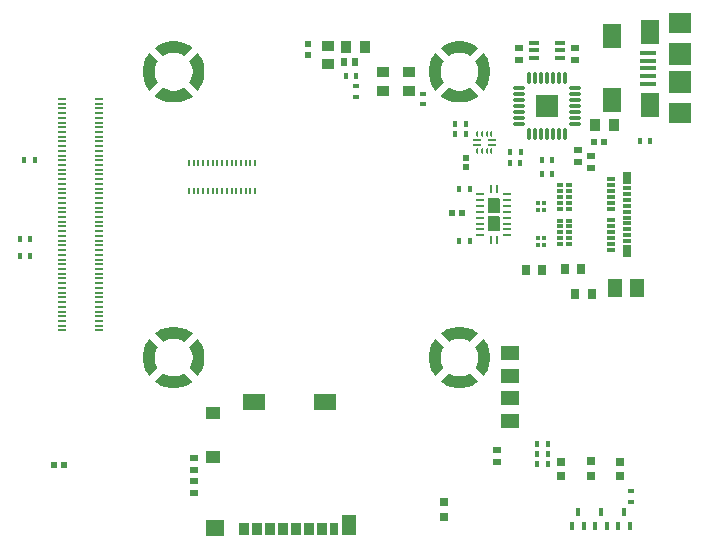
<source format=gbp>
G04*
G04 #@! TF.GenerationSoftware,Altium Limited,Altium Designer,20.0.13 (296)*
G04*
G04 Layer_Color=128*
%FSLAX44Y44*%
%MOMM*%
G71*
G01*
G75*
%ADD25R,0.5500X0.4500*%
%ADD27R,0.6500X0.5500*%
%ADD28R,0.4500X0.5500*%
%ADD29R,0.9000X1.0000*%
%ADD30R,1.0000X0.9000*%
%ADD31R,0.6200X0.6200*%
%ADD32R,0.5500X0.6500*%
%ADD35R,0.6200X0.6200*%
%ADD41R,0.5200X0.5200*%
%ADD42R,1.5000X1.3000*%
%ADD43R,1.3000X1.5000*%
%ADD53R,0.5500X0.3000*%
%ADD54R,0.5500X0.4000*%
%ADD56R,0.7000X0.9000*%
%ADD57R,0.5200X0.5200*%
%ADD170R,0.8000X0.8000*%
%ADD177R,0.3000X0.7100*%
%ADD178R,1.5500X1.3500*%
%ADD179R,1.1700X1.8000*%
%ADD180R,1.9000X1.3500*%
%ADD181R,1.2000X1.0000*%
%ADD182R,0.8500X1.1000*%
%ADD183R,0.8750X1.1000*%
%ADD184R,0.7500X1.1000*%
G04:AMPARAMS|DCode=185|XSize=0.2mm|YSize=0.7mm|CornerRadius=0.05mm|HoleSize=0mm|Usage=FLASHONLY|Rotation=270.000|XOffset=0mm|YOffset=0mm|HoleType=Round|Shape=RoundedRectangle|*
%AMROUNDEDRECTD185*
21,1,0.2000,0.6000,0,0,270.0*
21,1,0.1000,0.7000,0,0,270.0*
1,1,0.1000,-0.3000,-0.0500*
1,1,0.1000,-0.3000,0.0500*
1,1,0.1000,0.3000,0.0500*
1,1,0.1000,0.3000,-0.0500*
%
%ADD185ROUNDEDRECTD185*%
G04:AMPARAMS|DCode=186|XSize=0.2mm|YSize=0.5mm|CornerRadius=0.05mm|HoleSize=0mm|Usage=FLASHONLY|Rotation=180.000|XOffset=0mm|YOffset=0mm|HoleType=Round|Shape=RoundedRectangle|*
%AMROUNDEDRECTD186*
21,1,0.2000,0.4000,0,0,180.0*
21,1,0.1000,0.5000,0,0,180.0*
1,1,0.1000,-0.0500,0.2000*
1,1,0.1000,0.0500,0.2000*
1,1,0.1000,0.0500,-0.2000*
1,1,0.1000,-0.0500,-0.2000*
%
%ADD186ROUNDEDRECTD186*%
G04:AMPARAMS|DCode=187|XSize=0.25mm|YSize=0.6mm|CornerRadius=0.025mm|HoleSize=0mm|Usage=FLASHONLY|Rotation=270.000|XOffset=0mm|YOffset=0mm|HoleType=Round|Shape=RoundedRectangle|*
%AMROUNDEDRECTD187*
21,1,0.2500,0.5500,0,0,270.0*
21,1,0.2000,0.6000,0,0,270.0*
1,1,0.0500,-0.2750,-0.1000*
1,1,0.0500,-0.2750,0.1000*
1,1,0.0500,0.2750,0.1000*
1,1,0.0500,0.2750,-0.1000*
%
%ADD187ROUNDEDRECTD187*%
G04:AMPARAMS|DCode=188|XSize=0.25mm|YSize=0.6mm|CornerRadius=0.025mm|HoleSize=0mm|Usage=FLASHONLY|Rotation=0.000|XOffset=0mm|YOffset=0mm|HoleType=Round|Shape=RoundedRectangle|*
%AMROUNDEDRECTD188*
21,1,0.2500,0.5500,0,0,0.0*
21,1,0.2000,0.6000,0,0,0.0*
1,1,0.0500,0.1000,-0.2750*
1,1,0.0500,-0.1000,-0.2750*
1,1,0.0500,-0.1000,0.2750*
1,1,0.0500,0.1000,0.2750*
%
%ADD188ROUNDEDRECTD188*%
%ADD191R,0.7000X0.3000*%
%ADD192R,0.7000X1.0000*%
%ADD193R,0.7000X0.1800*%
%ADD194R,0.3600X0.3200*%
%ADD195R,1.5000X2.0000*%
%ADD196R,1.9000X1.9000*%
%ADD197R,1.9000X1.8000*%
%ADD198R,1.3500X0.4000*%
%ADD199R,1.6000X2.1000*%
G04:AMPARAMS|DCode=200|XSize=0.4mm|YSize=0.9mm|CornerRadius=0.1mm|HoleSize=0mm|Usage=FLASHONLY|Rotation=90.000|XOffset=0mm|YOffset=0mm|HoleType=Round|Shape=RoundedRectangle|*
%AMROUNDEDRECTD200*
21,1,0.4000,0.7000,0,0,90.0*
21,1,0.2000,0.9000,0,0,90.0*
1,1,0.2000,0.3500,0.1000*
1,1,0.2000,0.3500,-0.1000*
1,1,0.2000,-0.3500,-0.1000*
1,1,0.2000,-0.3500,0.1000*
%
%ADD200ROUNDEDRECTD200*%
%ADD201O,0.3000X1.1500*%
%ADD202O,1.1500X0.3000*%
%ADD204R,0.2200X0.5000*%
%ADD238R,1.8800X1.8800*%
G36*
X405422Y431287D02*
X409507Y429880D01*
X413305Y427818D01*
X415007Y426488D01*
X415007D01*
X408177Y419106D01*
X407151Y419768D01*
X404961Y420848D01*
X402633Y421582D01*
X400220Y421953D01*
X397779D01*
X395367Y421582D01*
X393039Y420848D01*
X390849Y419768D01*
X389823Y419106D01*
X389823Y419106D01*
X382993Y426488D01*
X384695Y427818D01*
X388493Y429880D01*
X392578Y431287D01*
X396839Y432000D01*
X401160D01*
X405422Y431287D01*
D02*
G37*
G36*
X163422D02*
X167507Y429880D01*
X171305Y427818D01*
X173007Y426488D01*
X173007D01*
X166177Y419106D01*
X165151Y419768D01*
X162961Y420848D01*
X160633Y421582D01*
X158221Y421953D01*
X155779D01*
X153367Y421582D01*
X151039Y420848D01*
X148849Y419768D01*
X147823Y419106D01*
X147823Y419106D01*
X140993Y426488D01*
X142695Y427818D01*
X146493Y429880D01*
X150578Y431287D01*
X154839Y432000D01*
X159160D01*
X163422Y431287D01*
D02*
G37*
G36*
X385894Y415177D02*
X385232Y414151D01*
X384152Y411961D01*
X383418Y409633D01*
X383047Y407221D01*
Y404780D01*
X383418Y402367D01*
X384152Y400039D01*
X385232Y397849D01*
X385894Y396823D01*
X385894Y396823D01*
X385894Y396823D01*
D01*
X378512Y389993D01*
X377182Y391695D01*
X375120Y395493D01*
X373713Y399578D01*
X373000Y403840D01*
Y408161D01*
X373713Y412422D01*
X375120Y416507D01*
X377182Y420305D01*
X378512Y422007D01*
X378512Y422007D01*
X385894Y415177D01*
D02*
G37*
G36*
X143893D02*
X143232Y414151D01*
X142152Y411961D01*
X141418Y409633D01*
X141047Y407221D01*
Y404780D01*
X141418Y402367D01*
X142152Y400039D01*
X143232Y397849D01*
X143893Y396823D01*
X143894Y396823D01*
X143893Y396823D01*
D01*
X136512Y389993D01*
X135182Y391695D01*
X133120Y395493D01*
X131713Y399578D01*
X131000Y403840D01*
Y408161D01*
X131713Y412422D01*
X133120Y416507D01*
X135182Y420305D01*
X136512Y422007D01*
X136512Y422007D01*
X143893Y415177D01*
D02*
G37*
G36*
X415007Y385512D02*
X413305Y384182D01*
X409507Y382120D01*
X405422Y380713D01*
X401160Y380000D01*
X396839D01*
X392578Y380713D01*
X388493Y382120D01*
X384695Y384182D01*
X382993Y385512D01*
Y385512D01*
X389823Y392894D01*
X390849Y392232D01*
X393039Y391152D01*
X395367Y390418D01*
X397779Y390047D01*
X400220D01*
X402633Y390418D01*
X404961Y391152D01*
X407151Y392232D01*
X408177Y392894D01*
X408177Y392894D01*
X415007Y385512D01*
D02*
G37*
G36*
X173007D02*
X171305Y384182D01*
X167507Y382120D01*
X163422Y380713D01*
X159160Y380000D01*
X154839D01*
X150578Y380713D01*
X146493Y382120D01*
X142695Y384182D01*
X140993Y385512D01*
Y385512D01*
X147823Y392894D01*
X148849Y392232D01*
X151039Y391152D01*
X153367Y390418D01*
X155779Y390047D01*
X158221D01*
X160633Y390418D01*
X162961Y391152D01*
X165151Y392232D01*
X166177Y392894D01*
X166177Y392894D01*
X173007Y385512D01*
D02*
G37*
G36*
X420818Y420305D02*
X422880Y416507D01*
X424287Y412422D01*
X425000Y408161D01*
Y403840D01*
X424287Y399578D01*
X422880Y395493D01*
X420818Y391695D01*
X419488Y389993D01*
X412106Y396823D01*
X412768Y397849D01*
X413848Y400039D01*
X414582Y402367D01*
X414953Y404780D01*
Y407221D01*
X414582Y409633D01*
X413848Y411961D01*
X412768Y414151D01*
X412106Y415177D01*
X412106Y415177D01*
X419488Y422007D01*
X420818Y420305D01*
D02*
G37*
G36*
X178818D02*
X180880Y416507D01*
X182287Y412422D01*
X183000Y408161D01*
Y403840D01*
X182287Y399578D01*
X180880Y395493D01*
X178818Y391695D01*
X177488Y389993D01*
X170106Y396823D01*
X170768Y397849D01*
X171848Y400039D01*
X172582Y402367D01*
X172953Y404780D01*
Y407221D01*
X172582Y409633D01*
X171848Y411961D01*
X170768Y414151D01*
X170106Y415177D01*
X170106Y415177D01*
X177488Y422007D01*
X178818Y420305D01*
D02*
G37*
G36*
X432566Y298848D02*
X432848Y298566D01*
X433000Y298199D01*
Y298000D01*
Y287000D01*
Y286801D01*
X432848Y286434D01*
X432566Y286152D01*
X432199Y286000D01*
X423801D01*
X423433Y286152D01*
X423152Y286434D01*
X423000Y286801D01*
Y287000D01*
Y298000D01*
Y298199D01*
X423152Y298566D01*
X423433Y298848D01*
X423801Y299000D01*
X432199D01*
X432566Y298848D01*
D02*
G37*
G36*
Y283848D02*
X432848Y283566D01*
X433000Y283199D01*
Y283000D01*
Y272000D01*
Y271801D01*
X432848Y271434D01*
X432566Y271152D01*
X432199Y271000D01*
X423801D01*
X423433Y271152D01*
X423152Y271434D01*
X423000Y271801D01*
Y272000D01*
Y283000D01*
Y283199D01*
X423152Y283566D01*
X423433Y283848D01*
X423801Y284000D01*
X432199D01*
X432566Y283848D01*
D02*
G37*
G36*
X405422Y189287D02*
X409507Y187880D01*
X413305Y185818D01*
X415007Y184488D01*
X415007D01*
X408177Y177106D01*
X407151Y177768D01*
X404961Y178848D01*
X402633Y179582D01*
X400220Y179953D01*
X397779D01*
X395367Y179582D01*
X393039Y178848D01*
X390849Y177768D01*
X389823Y177106D01*
X389823Y177106D01*
X382993Y184488D01*
X384695Y185818D01*
X388493Y187880D01*
X392578Y189287D01*
X396839Y190000D01*
X401160D01*
X405422Y189287D01*
D02*
G37*
G36*
X163422D02*
X167507Y187880D01*
X171305Y185818D01*
X173007Y184488D01*
X173007D01*
X166177Y177106D01*
X165151Y177768D01*
X162961Y178848D01*
X160633Y179582D01*
X158221Y179953D01*
X155779D01*
X153367Y179582D01*
X151039Y178848D01*
X148849Y177768D01*
X147823Y177106D01*
X147823Y177106D01*
X140993Y184488D01*
X142695Y185818D01*
X146493Y187880D01*
X150578Y189287D01*
X154839Y190000D01*
X159160D01*
X163422Y189287D01*
D02*
G37*
G36*
X385894Y154823D02*
D01*
X385894Y154823D01*
X385894Y154823D01*
D02*
G37*
G36*
X143893Y173177D02*
X143232Y172151D01*
X142152Y169961D01*
X141418Y167633D01*
X141047Y165221D01*
Y162780D01*
X141418Y160367D01*
X142152Y158039D01*
X143232Y155849D01*
X143893Y154823D01*
X143894Y154823D01*
X143893Y154823D01*
D01*
X136512Y147993D01*
X135182Y149695D01*
X133120Y153492D01*
X131713Y157578D01*
X131000Y161840D01*
Y166160D01*
X131713Y170422D01*
X133120Y174508D01*
X135182Y178305D01*
X136512Y180007D01*
X136512Y180007D01*
X143893Y173177D01*
D02*
G37*
G36*
X415007Y143512D02*
X413305Y142182D01*
X409507Y140120D01*
X405422Y138713D01*
X401160Y138000D01*
X396839D01*
X392578Y138713D01*
X388493Y140120D01*
X384695Y142182D01*
X382993Y143512D01*
Y143512D01*
X389823Y150894D01*
X390849Y150232D01*
X393039Y149152D01*
X395367Y148418D01*
X397779Y148047D01*
X400220D01*
X402633Y148418D01*
X404961Y149152D01*
X407151Y150232D01*
X408177Y150894D01*
X408177Y150894D01*
X415007Y143512D01*
D02*
G37*
G36*
X173007D02*
X171305Y142182D01*
X167507Y140120D01*
X163422Y138713D01*
X159160Y138000D01*
X154839D01*
X150578Y138713D01*
X146493Y140120D01*
X142695Y142182D01*
X140993Y143512D01*
Y143512D01*
X147823Y150894D01*
X148849Y150232D01*
X151039Y149152D01*
X153367Y148418D01*
X155779Y148047D01*
X158221D01*
X160633Y148418D01*
X162961Y149152D01*
X165151Y150232D01*
X166177Y150894D01*
X166177Y150894D01*
X173007Y143512D01*
D02*
G37*
G36*
X420818Y178305D02*
X422880Y174508D01*
X424287Y170422D01*
X425000Y166160D01*
Y161840D01*
X424287Y157578D01*
X422880Y153492D01*
X420818Y149695D01*
X419488Y147993D01*
X412106Y154823D01*
X412768Y155849D01*
X413848Y158039D01*
X414582Y160367D01*
X414953Y162780D01*
Y165221D01*
X414582Y167633D01*
X413848Y169961D01*
X412768Y172151D01*
X412106Y173177D01*
X412106Y173177D01*
X419488Y180007D01*
X420818Y178305D01*
D02*
G37*
G36*
X385894Y173177D02*
X385232Y172151D01*
X384152Y169961D01*
X383418Y167633D01*
X383047Y165221D01*
Y162780D01*
X383418Y160367D01*
X384152Y158039D01*
X385232Y155849D01*
X385894Y154823D01*
X378512Y147993D01*
X377182Y149695D01*
X375120Y153492D01*
X373713Y157578D01*
X373000Y161840D01*
Y166160D01*
X373713Y170422D01*
X375120Y174508D01*
X377182Y178305D01*
X378512Y180007D01*
X378512Y180007D01*
X385894Y173177D01*
D02*
G37*
G36*
X178818Y178305D02*
X180880Y174508D01*
X182287Y170422D01*
X183000Y166160D01*
Y161840D01*
X182287Y157578D01*
X180880Y153492D01*
X178818Y149695D01*
X177488Y147993D01*
X170106Y154823D01*
X170768Y155849D01*
X171848Y158039D01*
X172582Y160367D01*
X172953Y162780D01*
Y165221D01*
X172582Y167633D01*
X171848Y169961D01*
X170768Y172151D01*
X170106Y173177D01*
X170106Y173177D01*
X177488Y180007D01*
X178818Y178305D01*
D02*
G37*
D25*
X544500Y42000D02*
D03*
Y51000D02*
D03*
X311375Y384917D02*
D03*
Y393917D02*
D03*
X368000Y387500D02*
D03*
Y378500D02*
D03*
D27*
X431000Y85500D02*
D03*
Y75500D02*
D03*
X174000Y79000D02*
D03*
Y69000D02*
D03*
Y59500D02*
D03*
Y49500D02*
D03*
X449000Y416000D02*
D03*
Y426000D02*
D03*
X510000Y334500D02*
D03*
Y324500D02*
D03*
X497000Y426000D02*
D03*
Y416000D02*
D03*
X499500Y329500D02*
D03*
Y339500D02*
D03*
D28*
X474000Y82500D02*
D03*
X465000D02*
D03*
X474000Y91000D02*
D03*
X465000D02*
D03*
X551500Y347000D02*
D03*
X560500D02*
D03*
X465000Y73500D02*
D03*
X474000D02*
D03*
X450472Y328480D02*
D03*
X441472D02*
D03*
X450770Y338000D02*
D03*
X441770D02*
D03*
X477500Y319000D02*
D03*
X468500D02*
D03*
X477500Y331000D02*
D03*
X468500D02*
D03*
X395500Y362000D02*
D03*
X404500D02*
D03*
X395500Y353000D02*
D03*
X404500D02*
D03*
X398500Y307000D02*
D03*
X407500D02*
D03*
X398500Y263000D02*
D03*
X407500D02*
D03*
X311500Y402000D02*
D03*
X302500D02*
D03*
X26500Y264000D02*
D03*
X35500D02*
D03*
X26500Y250000D02*
D03*
X35500D02*
D03*
X30500Y331000D02*
D03*
X39500D02*
D03*
D29*
X530000Y361000D02*
D03*
X514000D02*
D03*
X303150Y427030D02*
D03*
X319150D02*
D03*
D30*
X334518Y389820D02*
D03*
Y405820D02*
D03*
X356375Y389917D02*
D03*
Y405917D02*
D03*
X287827Y428214D02*
D03*
Y412214D02*
D03*
D31*
X271000Y429500D02*
D03*
Y420500D02*
D03*
D32*
X300909Y414640D02*
D03*
X310909D02*
D03*
D35*
X521500Y346500D02*
D03*
X512500D02*
D03*
X64500Y73000D02*
D03*
X55500D02*
D03*
D41*
X393000Y286000D02*
D03*
X401000D02*
D03*
D42*
X442000Y110500D02*
D03*
Y129500D02*
D03*
X442000Y148500D02*
D03*
Y167500D02*
D03*
D43*
X549500Y223000D02*
D03*
X530500D02*
D03*
D53*
X491900Y280000D02*
D03*
Y275000D02*
D03*
Y265000D02*
D03*
Y260000D02*
D03*
X484100D02*
D03*
Y265000D02*
D03*
Y275000D02*
D03*
Y280000D02*
D03*
X491900Y310000D02*
D03*
Y305000D02*
D03*
Y295000D02*
D03*
Y290000D02*
D03*
X484100D02*
D03*
Y295000D02*
D03*
Y305000D02*
D03*
Y310000D02*
D03*
D54*
X491900Y270000D02*
D03*
X484100D02*
D03*
X491900Y300000D02*
D03*
X484100D02*
D03*
D56*
X511190Y217480D02*
D03*
X497190D02*
D03*
X469000Y238000D02*
D03*
X455000D02*
D03*
X488000Y239000D02*
D03*
X502000D02*
D03*
D57*
X404235Y325334D02*
D03*
Y333334D02*
D03*
D170*
X385500Y29250D02*
D03*
Y41750D02*
D03*
X485000Y63324D02*
D03*
Y75824D02*
D03*
X510000Y63824D02*
D03*
Y76324D02*
D03*
X535000Y63324D02*
D03*
Y75824D02*
D03*
D177*
X543500Y21300D02*
D03*
X533500D02*
D03*
X538500Y33500D02*
D03*
X499500D02*
D03*
X494500Y21300D02*
D03*
X504500D02*
D03*
X519000Y33500D02*
D03*
X514000Y21300D02*
D03*
X524000D02*
D03*
D178*
X191900Y19750D02*
D03*
D179*
X305100Y22000D02*
D03*
D180*
X225150Y126750D02*
D03*
X284850D02*
D03*
D181*
X190150Y117000D02*
D03*
Y80000D02*
D03*
D182*
X216500Y18500D02*
D03*
X238500D02*
D03*
X249500D02*
D03*
X260500D02*
D03*
X271500D02*
D03*
X282500D02*
D03*
D183*
X227500D02*
D03*
D184*
X293000D02*
D03*
D185*
X413501Y344000D02*
D03*
Y348000D02*
D03*
X426501D02*
D03*
Y344000D02*
D03*
D186*
X414001Y353499D02*
D03*
X418001D02*
D03*
X422001D02*
D03*
X426001D02*
D03*
Y338499D02*
D03*
X422001D02*
D03*
X418001D02*
D03*
X414001D02*
D03*
D187*
X439500Y272500D02*
D03*
Y267500D02*
D03*
Y292500D02*
D03*
Y287500D02*
D03*
Y282500D02*
D03*
Y277500D02*
D03*
Y302500D02*
D03*
Y297500D02*
D03*
X416500Y302500D02*
D03*
Y287500D02*
D03*
Y282500D02*
D03*
Y267500D02*
D03*
Y292500D02*
D03*
Y297500D02*
D03*
Y272500D02*
D03*
Y277500D02*
D03*
D188*
X425500Y263500D02*
D03*
X430500D02*
D03*
Y306500D02*
D03*
X425500D02*
D03*
D191*
X540409Y262562D02*
D03*
Y267562D02*
D03*
X527409Y315062D02*
D03*
Y310062D02*
D03*
Y305062D02*
D03*
Y300062D02*
D03*
Y295062D02*
D03*
Y290062D02*
D03*
Y280062D02*
D03*
Y275062D02*
D03*
Y270062D02*
D03*
Y265062D02*
D03*
Y260062D02*
D03*
Y255062D02*
D03*
X540409Y272562D02*
D03*
Y277562D02*
D03*
Y282562D02*
D03*
Y287562D02*
D03*
Y292562D02*
D03*
Y297562D02*
D03*
Y302562D02*
D03*
Y307562D02*
D03*
D192*
Y254062D02*
D03*
Y316062D02*
D03*
D193*
X93400Y187000D02*
D03*
Y191000D02*
D03*
Y195000D02*
D03*
Y199000D02*
D03*
Y203000D02*
D03*
Y207000D02*
D03*
Y211000D02*
D03*
Y215000D02*
D03*
Y219000D02*
D03*
Y223000D02*
D03*
Y227000D02*
D03*
Y231000D02*
D03*
Y235000D02*
D03*
Y239000D02*
D03*
Y243000D02*
D03*
Y247000D02*
D03*
Y251000D02*
D03*
Y255000D02*
D03*
Y259000D02*
D03*
Y263000D02*
D03*
Y267000D02*
D03*
Y271000D02*
D03*
Y275000D02*
D03*
Y279000D02*
D03*
Y283000D02*
D03*
Y287000D02*
D03*
Y291000D02*
D03*
Y295000D02*
D03*
Y299000D02*
D03*
Y303000D02*
D03*
Y307000D02*
D03*
Y311000D02*
D03*
Y315000D02*
D03*
Y319000D02*
D03*
Y323000D02*
D03*
Y327000D02*
D03*
Y331000D02*
D03*
Y335000D02*
D03*
Y339000D02*
D03*
Y343000D02*
D03*
Y347000D02*
D03*
Y351000D02*
D03*
Y355000D02*
D03*
Y359000D02*
D03*
Y363000D02*
D03*
Y367000D02*
D03*
Y371000D02*
D03*
Y375000D02*
D03*
Y379000D02*
D03*
Y383000D02*
D03*
X62600Y187000D02*
D03*
Y191000D02*
D03*
Y195000D02*
D03*
Y199000D02*
D03*
Y203000D02*
D03*
Y207000D02*
D03*
Y211000D02*
D03*
Y215000D02*
D03*
Y219000D02*
D03*
Y223000D02*
D03*
Y227000D02*
D03*
Y231000D02*
D03*
Y235000D02*
D03*
Y239000D02*
D03*
Y243000D02*
D03*
Y247000D02*
D03*
Y251000D02*
D03*
Y255000D02*
D03*
Y259000D02*
D03*
Y263000D02*
D03*
Y267000D02*
D03*
Y271000D02*
D03*
Y275000D02*
D03*
Y279000D02*
D03*
Y283000D02*
D03*
Y287000D02*
D03*
Y291000D02*
D03*
Y295000D02*
D03*
Y299000D02*
D03*
Y303000D02*
D03*
Y307000D02*
D03*
Y311000D02*
D03*
Y315000D02*
D03*
Y319000D02*
D03*
Y323000D02*
D03*
Y327000D02*
D03*
Y331000D02*
D03*
Y335000D02*
D03*
Y339000D02*
D03*
Y343000D02*
D03*
Y347000D02*
D03*
Y351000D02*
D03*
Y355000D02*
D03*
Y359000D02*
D03*
Y363000D02*
D03*
Y367000D02*
D03*
Y371000D02*
D03*
Y375000D02*
D03*
Y379000D02*
D03*
Y383000D02*
D03*
D194*
X465200Y259000D02*
D03*
X470800D02*
D03*
X465200Y265000D02*
D03*
X470800D02*
D03*
X465200Y289000D02*
D03*
X470800D02*
D03*
X465200Y295000D02*
D03*
X470800D02*
D03*
D195*
X528000Y382000D02*
D03*
Y436000D02*
D03*
D196*
X585750Y397000D02*
D03*
Y421000D02*
D03*
D197*
Y371000D02*
D03*
Y447000D02*
D03*
D198*
X559000Y409000D02*
D03*
Y415500D02*
D03*
Y422000D02*
D03*
Y402500D02*
D03*
Y396000D02*
D03*
D199*
X560250Y440000D02*
D03*
Y378000D02*
D03*
D200*
X462000Y430750D02*
D03*
Y424250D02*
D03*
Y417750D02*
D03*
X484000D02*
D03*
Y424250D02*
D03*
Y430750D02*
D03*
D201*
X488000Y401000D02*
D03*
X483000D02*
D03*
X478000D02*
D03*
X473000D02*
D03*
X468000D02*
D03*
X463000D02*
D03*
X458000D02*
D03*
Y353000D02*
D03*
X463000D02*
D03*
X468000D02*
D03*
X473000D02*
D03*
X478000D02*
D03*
X483000D02*
D03*
X488000D02*
D03*
D202*
X449000Y392000D02*
D03*
Y387000D02*
D03*
Y382000D02*
D03*
Y377000D02*
D03*
Y372000D02*
D03*
Y367000D02*
D03*
Y362000D02*
D03*
X497000D02*
D03*
Y367000D02*
D03*
Y372000D02*
D03*
Y377000D02*
D03*
Y382000D02*
D03*
Y387000D02*
D03*
Y392000D02*
D03*
D204*
X226000Y305000D02*
D03*
X222000D02*
D03*
X218000D02*
D03*
X214000D02*
D03*
X202000D02*
D03*
X198000D02*
D03*
X194000D02*
D03*
X190000D02*
D03*
X186000D02*
D03*
X182000D02*
D03*
X178000D02*
D03*
X174000D02*
D03*
X170000D02*
D03*
Y329000D02*
D03*
X174000D02*
D03*
X178000D02*
D03*
X182000D02*
D03*
X186000D02*
D03*
X190000D02*
D03*
X194000D02*
D03*
X198000D02*
D03*
X202000D02*
D03*
X206000D02*
D03*
X210000D02*
D03*
X214000D02*
D03*
X218000D02*
D03*
X222000D02*
D03*
X226000D02*
D03*
X210000Y305000D02*
D03*
X206000D02*
D03*
D238*
X473000Y377000D02*
D03*
M02*

</source>
